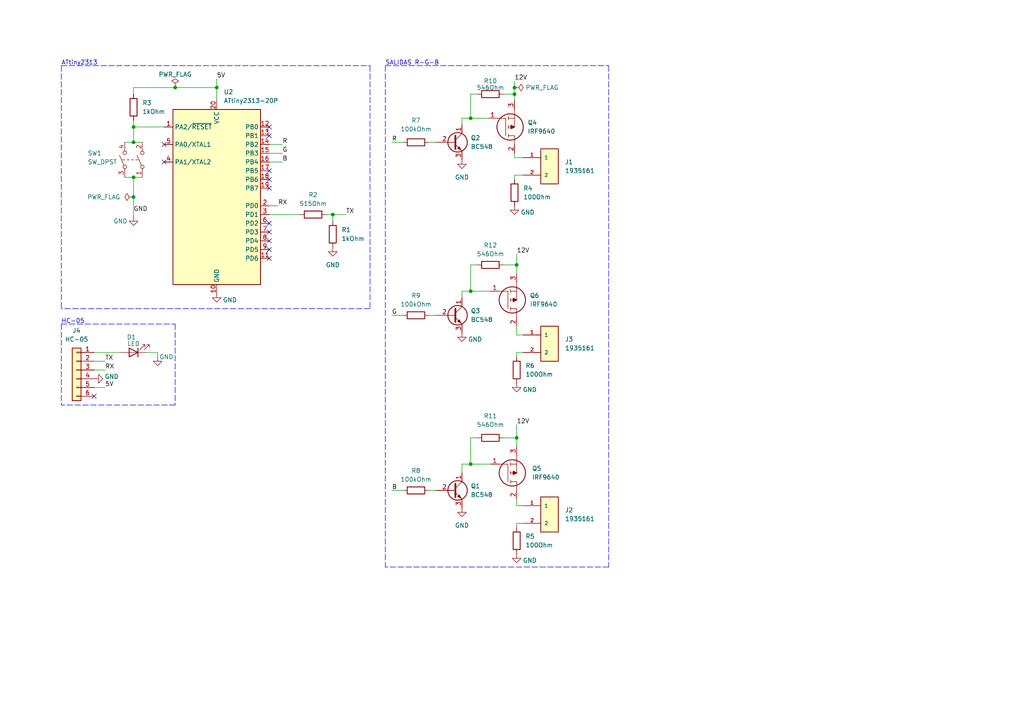
<source format=kicad_sch>
(kicad_sch (version 20211123) (generator eeschema)
  (paper "A4")
  (title_block (title "RGB_LightsBluetooth") (date "2022-05-03") (rev "1") (company "Sasori") (comment 1 "By Tony"))
  (lib_symbols
    (symbol "Connector_Generic:Conn_01x06" (pin_names (offset 1.016) hide)
      (property "Reference" "J" (at 0 7.62 0))
      (property "Value" "Conn_01x06" (at 0 -10.16 0))
      (symbol "Conn_01x06_1_1"
        (rectangle (start -1.27 -7.493) (end 0 -7.747) (stroke (width 0.1524)))
        (rectangle (start -1.27 -4.953) (end 0 -5.207) (stroke (width 0.1524)))
        (rectangle (start -1.27 -2.413) (end 0 -2.667) (stroke (width 0.1524)))
        (rectangle (start -1.27 0.127) (end 0 -0.127) (stroke (width 0.1524)))
        (rectangle (start -1.27 2.667) (end 0 2.413) (stroke (width 0.1524)))
        (rectangle (start -1.27 5.207) (end 0 4.953) (stroke (width 0.1524)))
        (rectangle (start -1.27 6.35) (end 1.27 -8.89) (stroke (width 0.254)) (fill (type background)))
        (pin passive line (at -5.08 5.08 0) (length 3.81) (name "Pin_1") (number "1"))
        (pin passive line (at -5.08 2.54 0) (length 3.81) (name "Pin_2") (number "2"))
        (pin passive line (at -5.08 0 0) (length 3.81) (name "Pin_3") (number "3"))
        (pin passive line (at -5.08 -2.54 0) (length 3.81) (name "Pin_4") (number "4"))
        (pin passive line (at -5.08 -5.08 0) (length 3.81) (name "Pin_5") (number "5"))
        (pin passive line (at -5.08 -7.62 0) (length 3.81) (name "Pin_6") (number "6"))
      )
    )
    (symbol "Device:LED" (pin_numbers hide) (pin_names (offset 1.016) hide)
      (property "Reference" "D" (at 0 2.54 0))
      (property "Value" "LED" (at 0 -2.54 0))
      (symbol "LED_0_1"
        (polyline (pts (xy -1.27 -1.27) (xy -1.27 1.27)) (stroke (width 0.254)))
        (polyline (pts (xy -1.27 0) (xy 1.27 0)))
        (polyline (pts (xy 1.27 -1.27) (xy 1.27 1.27) (xy -1.27 0) (xy 1.27 -1.27)) (stroke (width 0.254)))
        (polyline (pts (xy -3.048 -0.762) (xy -4.572 -2.286) (xy -3.81 -2.286) (xy -4.572 -2.286) (xy -4.572 -1.524)))
        (polyline (pts (xy -1.778 -0.762) (xy -3.302 -2.286) (xy -2.54 -2.286) (xy -3.302 -2.286) (xy -3.302 -1.524)))
      )
      (symbol "LED_1_1"
        (pin passive line (at -3.81 0 0) (length 2.54) (name "K") (number "1"))
        (pin passive line (at 3.81 0 180) (length 2.54) (name "A") (number "2"))
      )
    )
    (symbol "Device:R" (pin_numbers hide) (pin_names (offset 0))
      (property "Reference" "R" (at 2.032 0 90))
      (property "Value" "R" (at 0 0 90))
      (symbol "R_0_1"
        (rectangle (start -1.016 -2.54) (end 1.016 2.54) (stroke (width 0.254)))
      )
      (symbol "R_1_1"
        (pin passive line (at 0 3.81 270) (length 1.27) (name "~") (number "1"))
        (pin passive line (at 0 -3.81 90) (length 1.27) (name "~") (number "2"))
      )
    )
    (symbol "IRF9640_SnapEda:IRF9640" (pin_names (offset 0.762))
      (property "Reference" "Q" (at 11.43 3.81 0))
      (property "Value" "IRF9640" (at 11.43 1.27 0))
      (symbol "IRF9640_0_0"
        (pin passive line (at 0 0 0) (length 2.54) (name "~") (number "1"))
        (pin passive line (at 7.62 10.16 270) (length 2.54) (name "~") (number "2"))
        (pin passive line (at 7.62 -5.08 90) (length 2.54) (name "~") (number "3"))
      )
      (symbol "IRF9640_0_1"
        (polyline (pts (xy 5.842 -0.508) (xy 5.842 0.508)) (stroke (width 0.1524)))
        (polyline (pts (xy 5.842 0) (xy 7.62 0)) (stroke (width 0.1524)))
        (polyline (pts (xy 5.842 2.032) (xy 5.842 3.048)) (stroke (width 0.1524)))
        (polyline (pts (xy 5.842 5.588) (xy 5.842 4.572)) (stroke (width 0.1524)))
        (polyline (pts (xy 7.62 2.54) (xy 5.842 2.54)) (stroke (width 0.1524)))
        (polyline (pts (xy 7.62 2.54) (xy 7.62 -2.54)) (stroke (width 0.1524)))
        (polyline (pts (xy 7.62 5.08) (xy 5.842 5.08)) (stroke (width 0.1524)))
        (polyline (pts (xy 7.62 5.08) (xy 7.62 7.62)) (stroke (width 0.1524)))
        (polyline (pts (xy 2.54 0) (xy 5.08 0) (xy 5.08 5.08)) (stroke (width 0.1524)))
        (polyline (pts (xy 7.62 2.54) (xy 6.604 3.048) (xy 6.604 2.032) (xy 7.62 2.54)) (stroke (width 0.254)) (fill (type outline)))
        (circle (center 6.35 2.54) (radius 3.81) (stroke (width 0.254)))
      )
    )
    (symbol "MCU_Microchip_ATtiny:ATtiny2313-20P"
      (property "Reference" "U" (at -12.7 26.67 0))
      (property "Value" "ATtiny2313-20P" (at 2.54 -26.67 0))
      (symbol "ATtiny2313-20P_0_1"
        (rectangle (start -12.7 -25.4) (end 12.7 25.4) (stroke (width 0.254)) (fill (type background)))
      )
      (symbol "ATtiny2313-20P_1_1"
        (pin bidirectional line (at -15.24 20.32 0) (length 2.54) (name "PA2/~{RESET}") (number "1"))
        (pin power_in line (at 0 -27.94 90) (length 2.54) (name "GND") (number "10"))
        (pin bidirectional line (at 15.24 -17.78 180) (length 2.54) (name "PD6") (number "11"))
        (pin bidirectional line (at 15.24 20.32 180) (length 2.54) (name "PB0") (number "12"))
        (pin bidirectional line (at 15.24 17.78 180) (length 2.54) (name "PB1") (number "13"))
        (pin bidirectional line (at 15.24 15.24 180) (length 2.54) (name "PB2") (number "14"))
        (pin bidirectional line (at 15.24 12.7 180) (length 2.54) (name "PB3") (number "15"))
        (pin bidirectional line (at 15.24 10.16 180) (length 2.54) (name "PB4") (number "16"))
        (pin bidirectional line (at 15.24 7.62 180) (length 2.54) (name "PB5") (number "17"))
        (pin bidirectional line (at 15.24 5.08 180) (length 2.54) (name "PB6") (number "18"))
        (pin bidirectional line (at 15.24 2.54 180) (length 2.54) (name "PB7") (number "19"))
        (pin bidirectional line (at 15.24 -2.54 180) (length 2.54) (name "PD0") (number "2"))
        (pin power_in line (at 0 27.94 270) (length 2.54) (name "VCC") (number "20"))
        (pin bidirectional line (at 15.24 -5.08 180) (length 2.54) (name "PD1") (number "3"))
        (pin bidirectional line (at -15.24 10.16 0) (length 2.54) (name "PA1/XTAL2") (number "4"))
        (pin bidirectional line (at -15.24 15.24 0) (length 2.54) (name "PA0/XTAL1") (number "5"))
        (pin bidirectional line (at 15.24 -7.62 180) (length 2.54) (name "PD2") (number "6"))
        (pin bidirectional line (at 15.24 -10.16 180) (length 2.54) (name "PD3") (number "7"))
        (pin bidirectional line (at 15.24 -12.7 180) (length 2.54) (name "PD4") (number "8"))
        (pin bidirectional line (at 15.24 -15.24 180) (length 2.54) (name "PD5") (number "9"))
      )
    )
    (symbol "Screw_terminal_2_pin:1935161" (pin_names (offset 1.016))
      (property "Reference" "J" (at -2.54 5.715 0))
      (property "Value" "1935161" (at -2.54 -7.6454 0))
      (symbol "1935161_0_0"
        (rectangle (start -2.54 -5.08) (end 2.54 5.08) (stroke (width 0.254)) (fill (type background)))
        (pin passive line (at -7.62 2.54 0) (length 5.08) (name "1") (number "1"))
        (pin passive line (at -7.62 -2.54 0) (length 5.08) (name "2") (number "2"))
      )
    )
    (symbol "Switch:SW_DPST" (pin_names (offset 0) hide)
      (property "Reference" "SW" (at 0 5.08 0))
      (property "Value" "SW_DPST" (at 0 -5.08 0))
      (symbol "SW_DPST_0_0"
        (circle (center -2.032 -2.54) (radius 0.508))
        (circle (center -2.032 2.54) (radius 0.508))
        (polyline (pts (xy -1.524 -2.286) (xy 1.27 -1.016)))
        (polyline (pts (xy -1.524 2.794) (xy 1.27 4.064)))
        (polyline (pts (xy 0 -1.27) (xy 0 -0.635)))
        (polyline (pts (xy 0 0) (xy 0 0.635)))
        (polyline (pts (xy 0 1.27) (xy 0 1.905)))
        (polyline (pts (xy 0 2.54) (xy 0 3.175)))
        (circle (center 2.032 -2.54) (radius 0.508))
        (circle (center 2.032 2.54) (radius 0.508))
      )
      (symbol "SW_DPST_1_1"
        (pin passive line (at -5.08 -2.54 0) (length 2.54) (name "1") (number "1"))
        (pin passive line (at 5.08 -2.54 180) (length 2.54) (name "2") (number "2"))
        (pin passive line (at -5.08 2.54 0) (length 2.54) (name "3") (number "3"))
        (pin passive line (at 5.08 2.54 180) (length 2.54) (name "4") (number "4"))
      )
    )
    (symbol "Transistor_BJT:BC548" (pin_names (offset 0) hide)
      (property "Reference" "Q" (at 5.08 1.905 0))
      (property "Value" "BC548" (at 5.08 0 0))
      (symbol "BC548_0_1"
        (polyline (pts (xy 0 0) (xy 0.635 0)))
        (polyline (pts (xy 0.635 0.635) (xy 2.54 2.54)))
        (polyline (pts (xy 0.635 -0.635) (xy 2.54 -2.54) (xy 2.54 -2.54)))
        (polyline (pts (xy 0.635 1.905) (xy 0.635 -1.905) (xy 0.635 -1.905)) (stroke (width 0.508)))
        (polyline (pts (xy 1.27 -1.778) (xy 1.778 -1.27) (xy 2.286 -2.286) (xy 1.27 -1.778) (xy 1.27 -1.778)) (fill (type outline)))
        (circle (center 1.27 0) (radius 2.8194) (stroke (width 0.254)))
      )
      (symbol "BC548_1_1"
        (pin passive line (at 2.54 5.08 270) (length 2.54) (name "C") (number "1"))
        (pin input line (at -5.08 0 0) (length 5.08) (name "B") (number "2"))
        (pin passive line (at 2.54 -5.08 90) (length 2.54) (name "E") (number "3"))
      )
    )
    (symbol "power:GND" (power) (pin_names (offset 0))
      (property "Value" "GND" (at 0 -3.81 0))
      (symbol "GND_0_1"
        (polyline (pts (xy 0 0) (xy 0 -1.27) (xy 1.27 -1.27) (xy 0 -2.54) (xy -1.27 -1.27) (xy 0 -1.27)))
      )
      (symbol "GND_1_1"
        (pin power_in line (at 0 0 270) (length 0) hide (name "GND") (number "1"))
      )
    )
    (symbol "power:PWR_FLAG" (power) (pin_numbers hide) (pin_names (offset 0) hide)
      (property "Value" "PWR_FLAG" (at 0 3.81 0))
      (symbol "PWR_FLAG_0_0"
        (pin power_out line (at 0 0 90) (length 0) (name "pwr") (number "1"))
      )
      (symbol "PWR_FLAG_0_1"
        (polyline (pts (xy 0 0) (xy 0 1.27) (xy -1.016 1.905) (xy 0 2.54) (xy 1.016 1.905) (xy 0 1.27)))
      )
    )
  )
  (junction (at 149.86 127))
  (junction (at 62.865 25.4))
  (junction (at 136.525 84.455))
  (junction (at 149.225 25.4))
  (junction (at 136.525 134.62))
  (junction (at 38.735 36.83))
  (junction (at 50.8 25.4))
  (junction (at 149.86 76.835))
  (junction (at 136.525 34.29))
  (junction (at 38.735 57.15))
  (junction (at 96.52 62.23))
  (junction (at 38.735 41.275))
  (junction (at 149.225 27.305))
  (junction (at 38.735 51.435))
  (no_connect (at 47.625 41.91))
  (no_connect (at 78.105 69.85))
  (no_connect (at 78.105 52.07))
  (no_connect (at 78.105 74.93))
  (no_connect (at 78.105 67.31))
  (no_connect (at 78.105 72.39))
  (no_connect (at 78.105 39.37))
  (no_connect (at 78.105 54.61))
  (no_connect (at 78.105 64.77))
  (no_connect (at 47.625 46.99))
  (no_connect (at 78.105 36.83))
  (no_connect (at 27.305 114.935))
  (no_connect (at 78.105 49.53))
  (wire (pts (xy 142.24 84.455) (xy 136.525 84.455)))
  (wire (pts (xy 78.105 59.69) (xy 80.645 59.69)))
  (wire (pts (xy 38.735 36.83) (xy 47.625 36.83)))
  (wire (pts (xy 62.865 25.4) (xy 62.865 29.21)))
  (polyline (pts (xy 176.53 164.465) (xy 111.76 164.465)))
  (wire (pts (xy 146.05 76.835) (xy 149.86 76.835)))
  (wire (pts (xy 124.46 41.275) (xy 126.365 41.275)))
  (polyline (pts (xy 50.8 117.475) (xy 17.78 117.475)))
  (wire (pts (xy 136.525 134.62) (xy 136.525 127)))
  (wire (pts (xy 133.985 134.62) (xy 136.525 134.62)))
  (wire (pts (xy 113.665 91.44) (xy 116.84 91.44)))
  (wire (pts (xy 149.86 73.66) (xy 149.86 76.835)))
  (wire (pts (xy 42.545 102.235) (xy 45.72 102.235)))
  (wire (pts (xy 136.525 84.455) (xy 133.985 84.455)))
  (wire (pts (xy 149.86 123.19) (xy 149.86 127)))
  (wire (pts (xy 38.735 57.15) (xy 38.735 62.865)))
  (wire (pts (xy 124.46 142.24) (xy 126.365 142.24)))
  (polyline (pts (xy 17.78 93.98) (xy 50.8 93.98)))
  (wire (pts (xy 62.865 22.86) (xy 62.865 25.4)))
  (wire (pts (xy 149.225 50.8) (xy 151.765 50.8)))
  (polyline (pts (xy 17.78 93.98) (xy 17.78 117.475)))
  (wire (pts (xy 136.525 134.62) (xy 142.24 134.62)))
  (wire (pts (xy 136.525 34.29) (xy 136.525 27.305)))
  (wire (pts (xy 133.985 34.29) (xy 133.985 36.195)))
  (polyline (pts (xy 50.8 93.98) (xy 50.8 117.475)))
  (wire (pts (xy 96.52 62.23) (xy 100.33 62.23)))
  (wire (pts (xy 38.735 51.435) (xy 38.735 57.15)))
  (wire (pts (xy 38.735 51.435) (xy 41.275 51.435)))
  (polyline (pts (xy 17.78 19.05) (xy 107.315 19.05)))
  (polyline (pts (xy 107.315 19.05) (xy 107.315 89.535)))
  (wire (pts (xy 149.86 76.835) (xy 149.86 79.375)))
  (wire (pts (xy 45.72 102.235) (xy 45.72 103.505)))
  (wire (pts (xy 27.305 102.235) (xy 34.925 102.235)))
  (wire (pts (xy 96.52 62.23) (xy 96.52 64.135)))
  (wire (pts (xy 149.225 27.305) (xy 149.225 29.21)))
  (wire (pts (xy 78.105 44.45) (xy 81.915 44.45)))
  (wire (pts (xy 38.735 25.4) (xy 50.8 25.4)))
  (wire (pts (xy 27.305 104.775) (xy 30.48 104.775)))
  (polyline (pts (xy 176.53 19.05) (xy 176.53 164.465)))
  (wire (pts (xy 136.525 34.29) (xy 133.985 34.29)))
  (wire (pts (xy 149.225 52.07) (xy 149.225 50.8)))
  (wire (pts (xy 149.225 45.72) (xy 151.765 45.72)))
  (wire (pts (xy 141.605 34.29) (xy 136.525 34.29)))
  (wire (pts (xy 136.525 127) (xy 138.43 127)))
  (wire (pts (xy 38.735 41.275) (xy 38.735 36.83)))
  (wire (pts (xy 149.86 97.155) (xy 151.765 97.155)))
  (wire (pts (xy 27.305 107.315) (xy 30.48 107.315)))
  (polyline (pts (xy 107.315 89.535) (xy 17.78 89.535)))
  (polyline (pts (xy 111.76 19.05) (xy 111.76 164.465)))
  (wire (pts (xy 136.525 27.305) (xy 138.43 27.305)))
  (wire (pts (xy 27.305 112.395) (xy 30.48 112.395)))
  (wire (pts (xy 149.225 23.495) (xy 149.225 25.4)))
  (wire (pts (xy 38.735 41.275) (xy 41.275 41.275)))
  (wire (pts (xy 78.105 62.23) (xy 86.995 62.23)))
  (wire (pts (xy 113.665 142.24) (xy 116.84 142.24)))
  (wire (pts (xy 149.225 44.45) (xy 149.225 45.72)))
  (wire (pts (xy 38.735 27.305) (xy 38.735 25.4)))
  (polyline (pts (xy 111.76 19.05) (xy 176.53 19.05)))
  (wire (pts (xy 50.8 25.4) (xy 62.865 25.4)))
  (wire (pts (xy 149.86 153.035) (xy 149.86 151.765)))
  (wire (pts (xy 149.86 103.505) (xy 149.86 102.235)))
  (wire (pts (xy 124.46 91.44) (xy 126.365 91.44)))
  (wire (pts (xy 94.615 62.23) (xy 96.52 62.23)))
  (wire (pts (xy 38.735 34.925) (xy 38.735 36.83)))
  (wire (pts (xy 149.86 146.685) (xy 149.86 144.78)))
  (wire (pts (xy 149.86 151.765) (xy 151.765 151.765)))
  (wire (pts (xy 36.195 51.435) (xy 38.735 51.435)))
  (wire (pts (xy 133.985 137.16) (xy 133.985 134.62)))
  (polyline (pts (xy 17.78 19.05) (xy 17.78 89.535)))
  (wire (pts (xy 78.105 41.91) (xy 81.915 41.91)))
  (wire (pts (xy 146.05 27.305) (xy 149.225 27.305)))
  (wire (pts (xy 149.86 127) (xy 149.86 129.54)))
  (wire (pts (xy 146.05 127) (xy 149.86 127)))
  (wire (pts (xy 78.105 46.99) (xy 81.915 46.99)))
  (wire (pts (xy 113.665 41.275) (xy 116.84 41.275)))
  (wire (pts (xy 136.525 84.455) (xy 136.525 76.835)))
  (wire (pts (xy 149.86 94.615) (xy 149.86 97.155)))
  (wire (pts (xy 136.525 76.835) (xy 138.43 76.835)))
  (wire (pts (xy 36.195 41.275) (xy 38.735 41.275)))
  (wire (pts (xy 151.765 146.685) (xy 149.86 146.685)))
  (wire (pts (xy 149.86 102.235) (xy 151.765 102.235)))
  (wire (pts (xy 133.985 84.455) (xy 133.985 86.36)))
  (wire (pts (xy 149.225 25.4) (xy 149.225 27.305)))
  (text "ATtiny2313" (at 17.78 19.05 0) (effects (font (size 1.27 1.27)) (justify left bottom)))
  (text "SALIDAS R-G-B" (at 111.76 19.05 0) (effects (font (size 1.27 1.27)) (justify left bottom)))
  (text "HC-05" (at 17.78 93.98 0) (effects (font (size 1.27 1.27)) (justify left bottom)))
  (label "GND" (at 38.735 61.595 0))
  (label "B" (at 81.915 46.99 0))
  (label "RX" (at 80.645 59.69 0))
  (label "12V" (at 149.86 73.66 0))
  (label "TX" (at 100.33 62.23 0))
  (label "RX" (at 30.48 107.315 0))
  (label "R" (at 113.665 41.275 0))
  (label "5V" (at 30.48 112.395 0))
  (label "B" (at 113.665 142.24 0))
  (label "R" (at 81.915 41.91 0))
  (label "G" (at 81.915 44.45 0))
  (label "12V" (at 149.225 23.495 0))
  (label "12V" (at 149.86 123.19 0))
  (label "TX" (at 30.48 104.775 0))
  (label "5V" (at 62.865 22.86 0))
  (label "G" (at 113.665 91.44 0))
  (symbol (lib_id "Device:R") (at 120.65 142.24 90) (unit 1)
    (property "Reference" "R8" (at 120.65 136.525 90))
    (property "Value" "100kOhm" (at 120.65 139.065 90))
    (property "Footprint" "Resistor_THT:R_Axial_DIN0207_L6.3mm_D2.5mm_P7.62mm_Horizontal" (effects hide))
  )
  (symbol (lib_id "Screw_terminal_2_pin:1935161") (at 159.385 99.695 0) (unit 1)
    (property "Reference" "J3" (at 163.83 98.4249 0) (effects (justify left)))
    (property "Value" "1935161" (at 163.83 100.9649 0) (effects (justify left)))
    (property "Footprint" "FootprintsSnapeda:PHOENIX_1935161" (effects hide))
    (property "MANUFACTURER" "Phoenix Contact" (effects hide))
  )
  (symbol (lib_id "power:GND") (at 62.865 85.09 0) (unit 1)
    (property "Reference" "#PWR04" (effects hide))
    (property "Value" "GND" (at 66.675 86.995 0))
  )
  (symbol (lib_id "Device:R") (at 142.24 76.835 90) (unit 1)
    (property "Reference" "R12" (at 142.24 71.12 90))
    (property "Value" "546Ohm" (at 142.24 73.66 90))
    (property "Footprint" "Resistor_THT:R_Axial_DIN0207_L6.3mm_D2.5mm_P7.62mm_Horizontal" (effects hide))
  )
  (symbol (lib_id "IRF9640_SnapEda:IRF9640") (at 142.24 84.455 0) (mirror x) (unit 1)
    (property "Reference" "Q6" (at 153.67 85.7249 0) (effects (justify left)))
    (property "Value" "IRF9640" (at 153.67 88.2649 0) (effects (justify left)))
    (property "Footprint" "FootprintsSnapeda:TO254P465X1024X2050-3P" (effects hide))
    (property "Datasheet" "https://datasheet.datasheetarchive.com/originals/distributors/Datasheets-DGA23/1584325.pdf" (effects hide))
    (property "Description" "P-channel MOSFET,IRF9640 11A 200V" (effects hide))
    (property "Height" "4.65" (effects hide))
    (property "Manufacturer_Name" "Vishay" (effects hide))
    (property "Manufacturer_Part_Number" "IRF9640" (effects hide))
    (property "Mouser Part Number" "844-IRF9640" (effects hide))
    (property "Mouser Price/Stock" "https://www.mouser.co.uk/ProductDetail/Vishay-Siliconix/IRF9640?qs=ehM%252BESVsXgzSfU%252BDssBaDg%3D%3D" (effects hide))
  )
  (symbol (lib_id "Transistor_BJT:BC548") (at 131.445 41.275 0) (unit 1)
    (property "Reference" "Q2" (at 136.525 40.0049 0) (effects (justify left)))
    (property "Value" "BC548" (at 136.525 42.5449 0) (effects (justify left)))
    (property "Footprint" "Package_TO_SOT_THT:TO-92_Inline" (effects hide))
    (property "Datasheet" "https://www.onsemi.com/pub/Collateral/BC550-D.pdf" (effects hide))
  )
  (symbol (lib_id "power:GND") (at 133.985 96.52 0) (unit 1)
    (property "Reference" "#PWR06" (effects hide))
    (property "Value" "GND" (at 137.795 98.425 0))
  )
  (symbol (lib_id "Device:R") (at 142.24 27.305 90) (unit 1)
    (property "Reference" "R10" (at 142.24 23.495 90))
    (property "Value" "546Ohm" (at 142.24 25.4 90))
    (property "Footprint" "Resistor_THT:R_Axial_DIN0207_L6.3mm_D2.5mm_P7.62mm_Horizontal" (effects hide))
  )
  (symbol (lib_id "power:GND") (at 149.225 59.69 0) (unit 1)
    (property "Reference" "#PWR011" (effects hide))
    (property "Value" "GND" (at 153.035 61.595 0))
  )
  (symbol (lib_id "power:GND") (at 96.52 71.755 0) (unit 1)
    (property "Reference" "#PWR05" (effects hide))
    (property "Value" "GND" (at 96.52 76.835 0))
  )
  (symbol (lib_id "Transistor_BJT:BC548") (at 131.445 142.24 0) (unit 1)
    (property "Reference" "Q1" (at 136.525 140.9699 0) (effects (justify left)))
    (property "Value" "BC548" (at 136.525 143.5099 0) (effects (justify left)))
    (property "Footprint" "Package_TO_SOT_THT:TO-92_Inline" (effects hide))
    (property "Datasheet" "https://www.onsemi.com/pub/Collateral/BC550-D.pdf" (effects hide))
  )
  (symbol (lib_id "Connector_Generic:Conn_01x06") (at 22.225 107.315 0) (mirror y) (unit 1)
    (property "Reference" "J4" (at 22.225 95.885 0))
    (property "Value" "HC-05" (at 22.225 98.425 0))
    (property "Footprint" "Connector_PinHeader_2.54mm:PinHeader_1x06_P2.54mm_Vertical" (effects hide))
  )
  (symbol (lib_id "Device:R") (at 149.86 107.315 0) (unit 1)
    (property "Reference" "R6" (at 152.4 106.0449 0) (effects (justify left)))
    (property "Value" "100Ohm" (at 152.4 108.5849 0) (effects (justify left)))
    (property "Footprint" "Resistor_THT:R_Axial_DIN0207_L6.3mm_D2.5mm_P7.62mm_Horizontal" (effects hide))
  )
  (symbol (lib_id "Device:R") (at 38.735 31.115 0) (unit 1)
    (property "Reference" "R3" (at 41.275 29.8449 0) (effects (justify left)))
    (property "Value" "1kOhm" (at 41.275 32.3849 0) (effects (justify left)))
    (property "Footprint" "Resistor_THT:R_Axial_DIN0207_L6.3mm_D2.5mm_P7.62mm_Horizontal" (effects hide))
  )
  (symbol (lib_id "power:GND") (at 45.72 103.505 0) (unit 1)
    (property "Reference" "#PWR02" (effects hide))
    (property "Value" "GND" (at 48.26 103.505 0))
  )
  (symbol (lib_id "Screw_terminal_2_pin:1935161") (at 159.385 149.225 0) (unit 1)
    (property "Reference" "J2" (at 163.83 147.9549 0) (effects (justify left)))
    (property "Value" "1935161" (at 163.83 150.4949 0) (effects (justify left)))
    (property "Footprint" "FootprintsSnapeda:PHOENIX_1935161" (effects hide))
    (property "MANUFACTURER" "Phoenix Contact" (effects hide))
  )
  (symbol (lib_id "Device:R") (at 120.65 41.275 90) (unit 1)
    (property "Reference" "R7" (at 120.65 34.925 90))
    (property "Value" "100kOhm" (at 120.65 37.465 90))
    (property "Footprint" "Resistor_THT:R_Axial_DIN0207_L6.3mm_D2.5mm_P7.62mm_Horizontal" (effects hide))
  )
  (symbol (lib_id "power:GND") (at 133.985 46.355 0) (unit 1)
    (property "Reference" "#PWR08" (effects hide))
    (property "Value" "GND" (at 133.985 51.435 0))
  )
  (symbol (lib_id "Device:R") (at 90.805 62.23 90) (unit 1)
    (property "Reference" "R2" (at 90.805 56.515 90))
    (property "Value" "515Ohm" (at 90.805 59.055 90))
    (property "Footprint" "Resistor_THT:R_Axial_DIN0207_L6.3mm_D2.5mm_P7.62mm_Horizontal" (effects hide))
  )
  (symbol (lib_id "Transistor_BJT:BC548") (at 131.445 91.44 0) (unit 1)
    (property "Reference" "Q3" (at 136.525 90.1699 0) (effects (justify left)))
    (property "Value" "BC548" (at 136.525 92.7099 0) (effects (justify left)))
    (property "Footprint" "Package_TO_SOT_THT:TO-92_Inline" (effects hide))
    (property "Datasheet" "https://www.onsemi.com/pub/Collateral/BC550-D.pdf" (effects hide))
  )
  (symbol (lib_id "IRF9640_SnapEda:IRF9640") (at 141.605 34.29 0) (mirror x) (unit 1)
    (property "Reference" "Q4" (at 153.035 35.5599 0) (effects (justify left)))
    (property "Value" "IRF9640" (at 153.035 38.0999 0) (effects (justify left)))
    (property "Footprint" "FootprintsSnapeda:TO254P465X1024X2050-3P" (effects hide))
    (property "Datasheet" "https://datasheet.datasheetarchive.com/originals/distributors/Datasheets-DGA23/1584325.pdf" (effects hide))
    (property "Description" "P-channel MOSFET,IRF9640 11A 200V" (effects hide))
    (property "Height" "4.65" (effects hide))
    (property "Manufacturer_Name" "Vishay" (effects hide))
    (property "Manufacturer_Part_Number" "IRF9640" (effects hide))
    (property "Mouser Part Number" "844-IRF9640" (effects hide))
    (property "Mouser Price/Stock" "https://www.mouser.co.uk/ProductDetail/Vishay-Siliconix/IRF9640?qs=ehM%252BESVsXgzSfU%252BDssBaDg%3D%3D" (effects hide))
  )
  (symbol (lib_id "power:GND") (at 133.985 147.32 0) (unit 1)
    (property "Reference" "#PWR07" (effects hide))
    (property "Value" "GND" (at 133.985 152.4 0))
  )
  (symbol (lib_id "Device:R") (at 142.24 127 90) (unit 1)
    (property "Reference" "R11" (at 142.24 120.65 90))
    (property "Value" "546Ohm" (at 142.24 123.19 90))
    (property "Footprint" "Resistor_THT:R_Axial_DIN0207_L6.3mm_D2.5mm_P7.62mm_Horizontal" (effects hide))
  )
  (symbol (lib_id "Switch:SW_DPST") (at 38.735 46.355 90) (unit 1)
    (property "Reference" "SW1" (at 25.4 44.45 90) (effects (justify right)))
    (property "Value" "SW_DPST" (at 25.4 46.99 90) (effects (justify right)))
    (property "Footprint" "freetronics_footprints:SW_PUSHBUTTON_PTH" (effects hide))
  )
  (symbol (lib_id "power:PWR_FLAG") (at 149.225 25.4 270) (unit 1)
    (property "Reference" "#FLG03" (effects hide))
    (property "Value" "PWR_FLAG" (at 152.4 25.3999 90) (effects (justify left)))
  )
  (symbol (lib_id "Device:LED") (at 38.735 102.235 180) (unit 1)
    (property "Reference" "D1" (at 38.1 97.79 0))
    (property "Value" "LED" (at 38.735 99.695 0))
    (property "Footprint" "LED_THT:LED_D5.0mm" (effects hide))
  )
  (symbol (lib_id "power:GND") (at 149.86 160.655 0) (unit 1)
    (property "Reference" "#PWR09" (effects hide))
    (property "Value" "GND" (at 153.67 162.56 0))
  )
  (symbol (lib_id "Device:R") (at 120.65 91.44 90) (unit 1)
    (property "Reference" "R9" (at 120.65 85.725 90))
    (property "Value" "100kOhm" (at 120.65 88.265 90))
    (property "Footprint" "Resistor_THT:R_Axial_DIN0207_L6.3mm_D2.5mm_P7.62mm_Horizontal" (effects hide))
  )
  (symbol (lib_id "power:GND") (at 27.305 109.855 90) (unit 1)
    (property "Reference" "#PWR01" (effects hide))
    (property "Value" "GND" (at 32.385 109.22 90))
  )
  (symbol (lib_id "Device:R") (at 149.86 156.845 0) (unit 1)
    (property "Reference" "R5" (at 152.4 155.5749 0) (effects (justify left)))
    (property "Value" "100Ohm" (at 152.4 158.1149 0) (effects (justify left)))
    (property "Footprint" "Resistor_THT:R_Axial_DIN0207_L6.3mm_D2.5mm_P7.62mm_Horizontal" (effects hide))
  )
  (symbol (lib_id "IRF9640_SnapEda:IRF9640") (at 142.24 134.62 0) (mirror x) (unit 1)
    (property "Reference" "Q5" (at 154.305 135.8899 0) (effects (justify left)))
    (property "Value" "IRF9640" (at 154.305 138.4299 0) (effects (justify left)))
    (property "Footprint" "FootprintsSnapeda:TO254P465X1024X2050-3P" (effects hide))
    (property "Datasheet" "https://datasheet.datasheetarchive.com/originals/distributors/Datasheets-DGA23/1584325.pdf" (effects hide))
    (property "Description" "P-channel MOSFET,IRF9640 11A 200V" (effects hide))
    (property "Height" "4.65" (effects hide))
    (property "Manufacturer_Name" "Vishay" (effects hide))
    (property "Manufacturer_Part_Number" "IRF9640" (effects hide))
    (property "Mouser Part Number" "844-IRF9640" (effects hide))
    (property "Mouser Price/Stock" "https://www.mouser.co.uk/ProductDetail/Vishay-Siliconix/IRF9640?qs=ehM%252BESVsXgzSfU%252BDssBaDg%3D%3D" (effects hide))
  )
  (symbol (lib_id "power:GND") (at 38.735 62.865 0) (unit 1)
    (property "Reference" "#PWR03" (effects hide))
    (property "Value" "GND" (at 34.925 64.135 0))
  )
  (symbol (lib_id "power:PWR_FLAG") (at 38.735 57.15 90) (unit 1)
    (property "Reference" "#FLG01" (effects hide))
    (property "Value" "PWR_FLAG" (at 34.925 57.1499 90) (effects (justify left)))
  )
  (symbol (lib_id "Device:R") (at 149.225 55.88 0) (unit 1)
    (property "Reference" "R4" (at 151.765 54.6099 0) (effects (justify left)))
    (property "Value" "100Ohm" (at 151.765 57.1499 0) (effects (justify left)))
    (property "Footprint" "Resistor_THT:R_Axial_DIN0207_L6.3mm_D2.5mm_P7.62mm_Horizontal" (effects hide))
  )
  (symbol (lib_id "Screw_terminal_2_pin:1935161") (at 159.385 48.26 0) (unit 1)
    (property "Reference" "J1" (at 163.83 46.9899 0) (effects (justify left)))
    (property "Value" "1935161" (at 163.83 49.5299 0) (effects (justify left)))
    (property "Footprint" "FootprintsSnapeda:PHOENIX_1935161" (effects hide))
    (property "MANUFACTURER" "Phoenix Contact" (effects hide))
  )
  (symbol (lib_id "power:PWR_FLAG") (at 50.8 25.4 0) (unit 1)
    (property "Reference" "#FLG02" (effects hide))
    (property "Value" "PWR_FLAG" (at 50.8 21.59 0))
  )
  (symbol (lib_id "power:GND") (at 149.86 111.125 0) (unit 1)
    (property "Reference" "#PWR010" (effects hide))
    (property "Value" "GND" (at 153.67 113.03 0))
  )
  (symbol (lib_id "MCU_Microchip_ATtiny:ATtiny2313-20P") (at 62.865 57.15 0) (unit 1)
    (property "Reference" "U2" (at 64.8844 26.67 0) (effects (justify left)))
    (property "Value" "ATtiny2313-20P" (at 64.8844 29.21 0) (effects (justify left)))
    (property "Footprint" "Package_DIP:DIP-20_W7.62mm" (effects hide))
    (property "Datasheet" "http://ww1.microchip.com/downloads/en/DeviceDoc/Atmel-2543-AVR-ATtiny2313_Datasheet.pdf" (effects hide))
  )
  (symbol (lib_id "Device:R") (at 96.52 67.945 0) (unit 1)
    (property "Reference" "R1" (at 99.06 66.6749 0) (effects (justify left)))
    (property "Value" "1kOhm" (at 99.06 69.2149 0) (effects (justify left)))
    (property "Footprint" "Resistor_THT:R_Axial_DIN0207_L6.3mm_D2.5mm_P7.62mm_Horizontal" (effects hide))
  )
)
</source>
